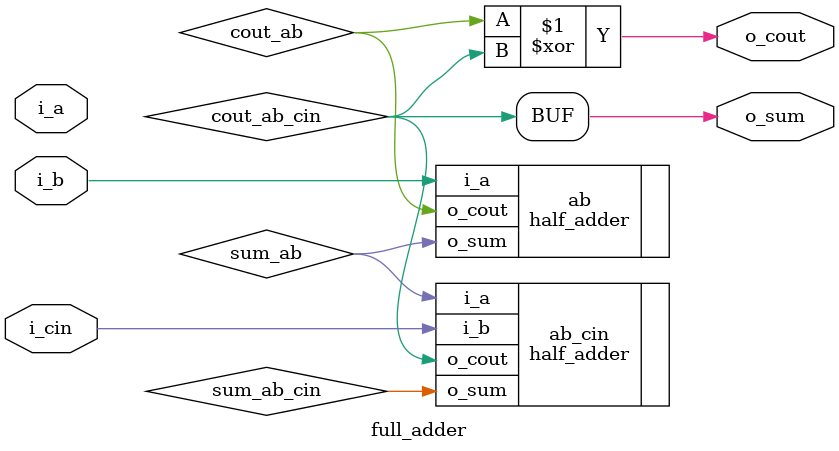
<source format=v>
module full_adder
(
    input wire i_a,
    input wire i_b,
    input wire i_cin,
    output wire o_sum,
    output wire o_cout
);
    wire sum_ab;
    wire cout_ab;

    wire sum_ab_cin;
    wire cout_ab_cin;

    half_adder ab
    (
        .i_a(i_a),
        .i_a(i_b),
        .o_sum(sum_ab),
        .o_cout(cout_ab)
    );

    half_adder ab_cin
    (
        .i_a(sum_ab),
        .i_b(i_cin),
        .o_sum(sum_ab_cin),
        .o_cout(cout_ab_cin)
    );

    assign o_sum = cout_ab_cin;
    assign o_cout = cout_ab ^ cout_ab_cin;

endmodule

</source>
